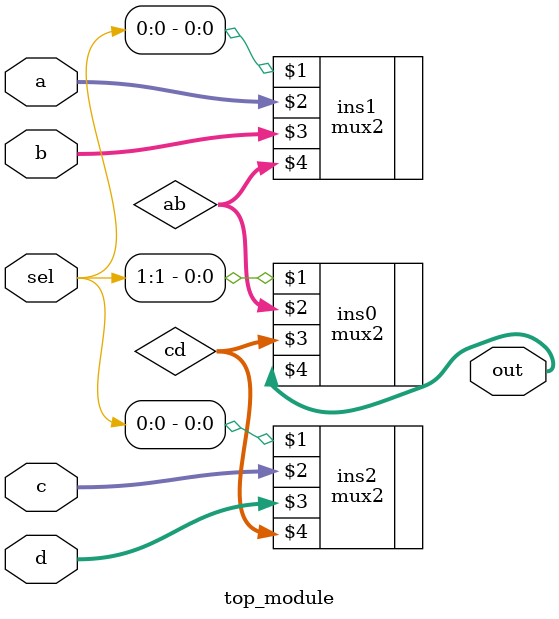
<source format=v>
module top_module (
    input [1:0] sel,
    input [7:0] a,
    input [7:0] b,
    input [7:0] c,
    input [7:0] d,
    output [7:0] out  ); 
wire [7:0] ab, cd;
mux2 ins0 (sel[1], ab, cd, out);
mux2 ins1 (sel[0], a, b, ab);
mux2 ins2 (sel[0], c, d, cd);
endmodule

</source>
